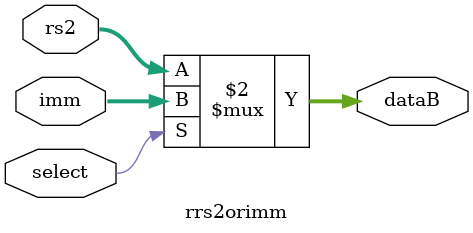
<source format=v>
module rrs2orimm(
	input [31:0] rs2, imm,
	input select,
	output reg [31:0] dataB
);
	always @(*)
	begin
		dataB = select ? imm : rs2;
	end
endmodule
</source>
